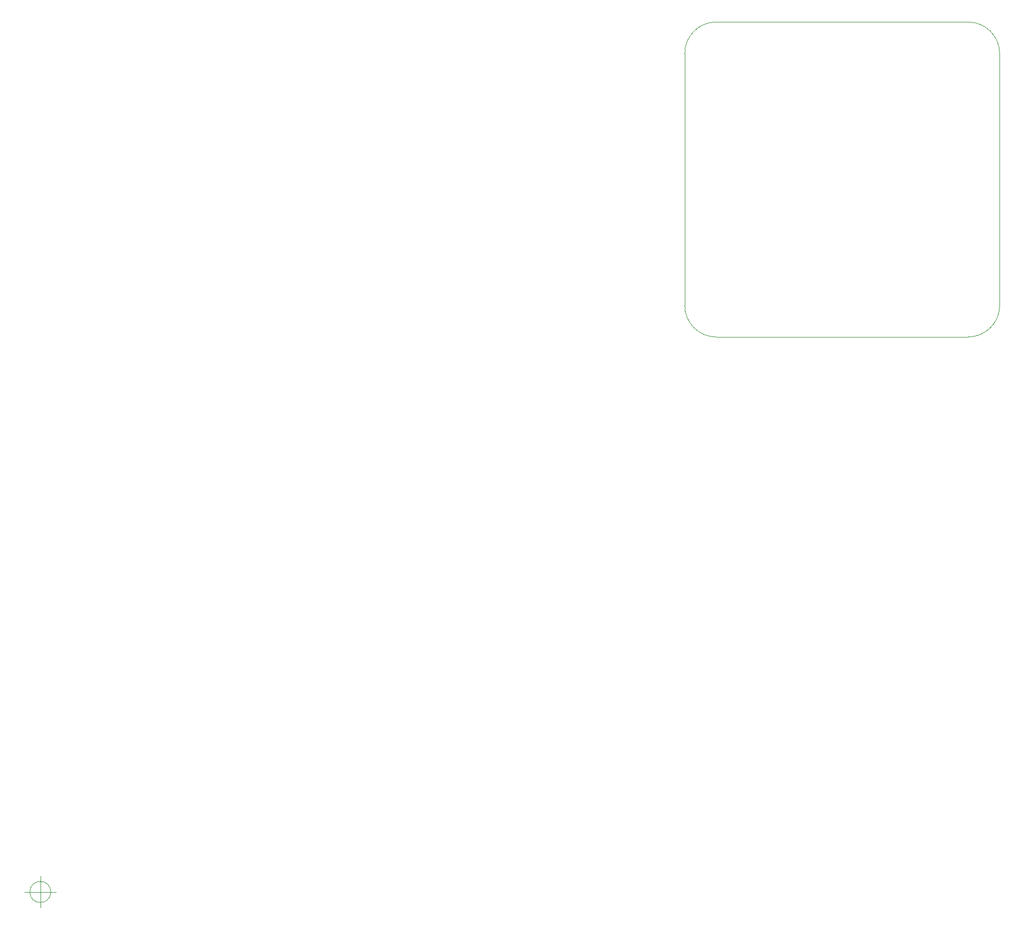
<source format=gbr>
%TF.GenerationSoftware,KiCad,Pcbnew,(5.1.8-0-10_14)*%
%TF.CreationDate,2021-02-18T22:33:31+08:00*%
%TF.ProjectId,batt_board,62617474-5f62-46f6-9172-642e6b696361,v0.2*%
%TF.SameCoordinates,Original*%
%TF.FileFunction,Profile,NP*%
%FSLAX46Y46*%
G04 Gerber Fmt 4.6, Leading zero omitted, Abs format (unit mm)*
G04 Created by KiCad (PCBNEW (5.1.8-0-10_14)) date 2021-02-18 22:33:31*
%MOMM*%
%LPD*%
G01*
G04 APERTURE LIST*
%TA.AperFunction,Profile*%
%ADD10C,0.050000*%
%TD*%
G04 APERTURE END LIST*
D10*
X160000000Y-60000000D02*
G75*
G02*
X165000000Y-65000000I0J-5000000D01*
G01*
X115000000Y-65000000D02*
G75*
G02*
X120000000Y-60000000I5000000J0D01*
G01*
X165000000Y-105000000D02*
G75*
G02*
X160000000Y-110000000I-5000000J0D01*
G01*
X120000000Y-110000000D02*
G75*
G02*
X115000000Y-105000000I0J5000000D01*
G01*
X165000000Y-65000000D02*
X165000000Y-105000000D01*
X120000000Y-60000000D02*
X160000000Y-60000000D01*
X120000000Y-110000000D02*
X160000000Y-110000000D01*
X115000000Y-65000000D02*
X115000000Y-105000000D01*
X14366666Y-198120000D02*
G75*
G03*
X14366666Y-198120000I-1666666J0D01*
G01*
X10200000Y-198120000D02*
X15200000Y-198120000D01*
X12700000Y-195620000D02*
X12700000Y-200620000D01*
M02*

</source>
